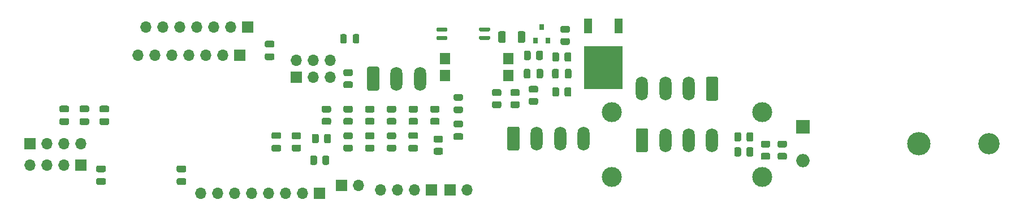
<source format=gts>
G04 #@! TF.GenerationSoftware,KiCad,Pcbnew,(5.1.9-0-10_14)*
G04 #@! TF.CreationDate,2023-02-12T16:19:48-05:00*
G04 #@! TF.ProjectId,LiBCM-Daughterboard,4c694243-4d2d-4446-9175-676874657262,A*
G04 #@! TF.SameCoordinates,Original*
G04 #@! TF.FileFunction,Soldermask,Top*
G04 #@! TF.FilePolarity,Negative*
%FSLAX46Y46*%
G04 Gerber Fmt 4.6, Leading zero omitted, Abs format (unit mm)*
G04 Created by KiCad (PCBNEW (5.1.9-0-10_14)) date 2023-02-12 16:19:48*
%MOMM*%
%LPD*%
G01*
G04 APERTURE LIST*
%ADD10C,3.000000*%
%ADD11O,1.700000X1.700000*%
%ADD12R,1.700000X1.700000*%
%ADD13R,0.800000X0.900000*%
%ADD14O,1.800000X3.600000*%
%ADD15R,1.200000X2.200000*%
%ADD16R,5.800000X6.400000*%
%ADD17R,1.500000X1.780000*%
%ADD18O,3.500000X3.500000*%
%ADD19R,2.000000X2.000000*%
%ADD20O,2.000000X2.000000*%
%ADD21C,3.200000*%
G04 APERTURE END LIST*
D10*
G04 #@! TO.C,F1*
X208500000Y-141000000D03*
X186000000Y-141000000D03*
G04 #@! TD*
G04 #@! TO.C,F2*
X186000000Y-150750000D03*
X208500000Y-150750000D03*
G04 #@! TD*
G04 #@! TO.C,C2*
G36*
G01*
X109025000Y-149050000D02*
X109975000Y-149050000D01*
G75*
G02*
X110225000Y-149300000I0J-250000D01*
G01*
X110225000Y-149800000D01*
G75*
G02*
X109975000Y-150050000I-250000J0D01*
G01*
X109025000Y-150050000D01*
G75*
G02*
X108775000Y-149800000I0J250000D01*
G01*
X108775000Y-149300000D01*
G75*
G02*
X109025000Y-149050000I250000J0D01*
G01*
G37*
G36*
G01*
X109025000Y-150950000D02*
X109975000Y-150950000D01*
G75*
G02*
X110225000Y-151200000I0J-250000D01*
G01*
X110225000Y-151700000D01*
G75*
G02*
X109975000Y-151950000I-250000J0D01*
G01*
X109025000Y-151950000D01*
G75*
G02*
X108775000Y-151700000I0J250000D01*
G01*
X108775000Y-151200000D01*
G75*
G02*
X109025000Y-150950000I250000J0D01*
G01*
G37*
G04 #@! TD*
G04 #@! TO.C,C3*
G36*
G01*
X135225000Y-133200000D02*
X134275000Y-133200000D01*
G75*
G02*
X134025000Y-132950000I0J250000D01*
G01*
X134025000Y-132450000D01*
G75*
G02*
X134275000Y-132200000I250000J0D01*
G01*
X135225000Y-132200000D01*
G75*
G02*
X135475000Y-132450000I0J-250000D01*
G01*
X135475000Y-132950000D01*
G75*
G02*
X135225000Y-133200000I-250000J0D01*
G01*
G37*
G36*
G01*
X135225000Y-131300000D02*
X134275000Y-131300000D01*
G75*
G02*
X134025000Y-131050000I0J250000D01*
G01*
X134025000Y-130550000D01*
G75*
G02*
X134275000Y-130300000I250000J0D01*
G01*
X135225000Y-130300000D01*
G75*
G02*
X135475000Y-130550000I0J-250000D01*
G01*
X135475000Y-131050000D01*
G75*
G02*
X135225000Y-131300000I-250000J0D01*
G01*
G37*
G04 #@! TD*
G04 #@! TO.C,C1*
G36*
G01*
X121075000Y-150950000D02*
X122025000Y-150950000D01*
G75*
G02*
X122275000Y-151200000I0J-250000D01*
G01*
X122275000Y-151700000D01*
G75*
G02*
X122025000Y-151950000I-250000J0D01*
G01*
X121075000Y-151950000D01*
G75*
G02*
X120825000Y-151700000I0J250000D01*
G01*
X120825000Y-151200000D01*
G75*
G02*
X121075000Y-150950000I250000J0D01*
G01*
G37*
G36*
G01*
X121075000Y-149050000D02*
X122025000Y-149050000D01*
G75*
G02*
X122275000Y-149300000I0J-250000D01*
G01*
X122275000Y-149800000D01*
G75*
G02*
X122025000Y-150050000I-250000J0D01*
G01*
X121075000Y-150050000D01*
G75*
G02*
X120825000Y-149800000I0J250000D01*
G01*
X120825000Y-149300000D01*
G75*
G02*
X121075000Y-149050000I250000J0D01*
G01*
G37*
G04 #@! TD*
G04 #@! TO.C,C4*
G36*
G01*
X155775000Y-144050000D02*
X156725000Y-144050000D01*
G75*
G02*
X156975000Y-144300000I0J-250000D01*
G01*
X156975000Y-144800000D01*
G75*
G02*
X156725000Y-145050000I-250000J0D01*
G01*
X155775000Y-145050000D01*
G75*
G02*
X155525000Y-144800000I0J250000D01*
G01*
X155525000Y-144300000D01*
G75*
G02*
X155775000Y-144050000I250000J0D01*
G01*
G37*
G36*
G01*
X155775000Y-145950000D02*
X156725000Y-145950000D01*
G75*
G02*
X156975000Y-146200000I0J-250000D01*
G01*
X156975000Y-146700000D01*
G75*
G02*
X156725000Y-146950000I-250000J0D01*
G01*
X155775000Y-146950000D01*
G75*
G02*
X155525000Y-146700000I0J250000D01*
G01*
X155525000Y-146200000D01*
G75*
G02*
X155775000Y-145950000I250000J0D01*
G01*
G37*
G04 #@! TD*
G04 #@! TO.C,C5*
G36*
G01*
X135275000Y-144050000D02*
X136225000Y-144050000D01*
G75*
G02*
X136475000Y-144300000I0J-250000D01*
G01*
X136475000Y-144800000D01*
G75*
G02*
X136225000Y-145050000I-250000J0D01*
G01*
X135275000Y-145050000D01*
G75*
G02*
X135025000Y-144800000I0J250000D01*
G01*
X135025000Y-144300000D01*
G75*
G02*
X135275000Y-144050000I250000J0D01*
G01*
G37*
G36*
G01*
X135275000Y-145950000D02*
X136225000Y-145950000D01*
G75*
G02*
X136475000Y-146200000I0J-250000D01*
G01*
X136475000Y-146700000D01*
G75*
G02*
X136225000Y-146950000I-250000J0D01*
G01*
X135275000Y-146950000D01*
G75*
G02*
X135025000Y-146700000I0J250000D01*
G01*
X135025000Y-146200000D01*
G75*
G02*
X135275000Y-145950000I250000J0D01*
G01*
G37*
G04 #@! TD*
G04 #@! TO.C,C7*
G36*
G01*
X172800000Y-135725000D02*
X172800000Y-134775000D01*
G75*
G02*
X173050000Y-134525000I250000J0D01*
G01*
X173550000Y-134525000D01*
G75*
G02*
X173800000Y-134775000I0J-250000D01*
G01*
X173800000Y-135725000D01*
G75*
G02*
X173550000Y-135975000I-250000J0D01*
G01*
X173050000Y-135975000D01*
G75*
G02*
X172800000Y-135725000I0J250000D01*
G01*
G37*
G36*
G01*
X174700000Y-135725000D02*
X174700000Y-134775000D01*
G75*
G02*
X174950000Y-134525000I250000J0D01*
G01*
X175450000Y-134525000D01*
G75*
G02*
X175700000Y-134775000I0J-250000D01*
G01*
X175700000Y-135725000D01*
G75*
G02*
X175450000Y-135975000I-250000J0D01*
G01*
X174950000Y-135975000D01*
G75*
G02*
X174700000Y-135725000I0J250000D01*
G01*
G37*
G04 #@! TD*
G04 #@! TO.C,C8*
G36*
G01*
X177050000Y-135725000D02*
X177050000Y-134775000D01*
G75*
G02*
X177300000Y-134525000I250000J0D01*
G01*
X177800000Y-134525000D01*
G75*
G02*
X178050000Y-134775000I0J-250000D01*
G01*
X178050000Y-135725000D01*
G75*
G02*
X177800000Y-135975000I-250000J0D01*
G01*
X177300000Y-135975000D01*
G75*
G02*
X177050000Y-135725000I0J250000D01*
G01*
G37*
G36*
G01*
X178950000Y-135725000D02*
X178950000Y-134775000D01*
G75*
G02*
X179200000Y-134525000I250000J0D01*
G01*
X179700000Y-134525000D01*
G75*
G02*
X179950000Y-134775000I0J-250000D01*
G01*
X179950000Y-135725000D01*
G75*
G02*
X179700000Y-135975000I-250000J0D01*
G01*
X179200000Y-135975000D01*
G75*
G02*
X178950000Y-135725000I0J250000D01*
G01*
G37*
G04 #@! TD*
D11*
G04 #@! TO.C,J3*
X116250000Y-128250000D03*
X118790000Y-128250000D03*
X121330000Y-128250000D03*
X123870000Y-128250000D03*
X126410000Y-128250000D03*
X128950000Y-128250000D03*
D12*
X131490000Y-128250000D03*
G04 #@! TD*
G04 #@! TO.C,J4*
X130250000Y-132500000D03*
D11*
X127710000Y-132500000D03*
X125170000Y-132500000D03*
X122630000Y-132500000D03*
X120090000Y-132500000D03*
X117550000Y-132500000D03*
X115010000Y-132500000D03*
G04 #@! TD*
D12*
G04 #@! TO.C,J9*
X159000000Y-152750000D03*
D11*
X156460000Y-152750000D03*
X153920000Y-152750000D03*
X151380000Y-152750000D03*
G04 #@! TD*
G04 #@! TO.C,R1*
G36*
G01*
X146950002Y-145100000D02*
X146049998Y-145100000D01*
G75*
G02*
X145800000Y-144850002I0J249998D01*
G01*
X145800000Y-144324998D01*
G75*
G02*
X146049998Y-144075000I249998J0D01*
G01*
X146950002Y-144075000D01*
G75*
G02*
X147200000Y-144324998I0J-249998D01*
G01*
X147200000Y-144850002D01*
G75*
G02*
X146950002Y-145100000I-249998J0D01*
G01*
G37*
G36*
G01*
X146950002Y-146925000D02*
X146049998Y-146925000D01*
G75*
G02*
X145800000Y-146675002I0J249998D01*
G01*
X145800000Y-146149998D01*
G75*
G02*
X146049998Y-145900000I249998J0D01*
G01*
X146950002Y-145900000D01*
G75*
G02*
X147200000Y-146149998I0J-249998D01*
G01*
X147200000Y-146675002D01*
G75*
G02*
X146950002Y-146925000I-249998J0D01*
G01*
G37*
G04 #@! TD*
G04 #@! TO.C,R2*
G36*
G01*
X150200002Y-145100000D02*
X149299998Y-145100000D01*
G75*
G02*
X149050000Y-144850002I0J249998D01*
G01*
X149050000Y-144324998D01*
G75*
G02*
X149299998Y-144075000I249998J0D01*
G01*
X150200002Y-144075000D01*
G75*
G02*
X150450000Y-144324998I0J-249998D01*
G01*
X150450000Y-144850002D01*
G75*
G02*
X150200002Y-145100000I-249998J0D01*
G01*
G37*
G36*
G01*
X150200002Y-146925000D02*
X149299998Y-146925000D01*
G75*
G02*
X149050000Y-146675002I0J249998D01*
G01*
X149050000Y-146149998D01*
G75*
G02*
X149299998Y-145900000I249998J0D01*
G01*
X150200002Y-145900000D01*
G75*
G02*
X150450000Y-146149998I0J-249998D01*
G01*
X150450000Y-146675002D01*
G75*
G02*
X150200002Y-146925000I-249998J0D01*
G01*
G37*
G04 #@! TD*
G04 #@! TO.C,R3*
G36*
G01*
X153450002Y-146925000D02*
X152549998Y-146925000D01*
G75*
G02*
X152300000Y-146675002I0J249998D01*
G01*
X152300000Y-146149998D01*
G75*
G02*
X152549998Y-145900000I249998J0D01*
G01*
X153450002Y-145900000D01*
G75*
G02*
X153700000Y-146149998I0J-249998D01*
G01*
X153700000Y-146675002D01*
G75*
G02*
X153450002Y-146925000I-249998J0D01*
G01*
G37*
G36*
G01*
X153450002Y-145100000D02*
X152549998Y-145100000D01*
G75*
G02*
X152300000Y-144850002I0J249998D01*
G01*
X152300000Y-144324998D01*
G75*
G02*
X152549998Y-144075000I249998J0D01*
G01*
X153450002Y-144075000D01*
G75*
G02*
X153700000Y-144324998I0J-249998D01*
G01*
X153700000Y-144850002D01*
G75*
G02*
X153450002Y-145100000I-249998J0D01*
G01*
G37*
G04 #@! TD*
G04 #@! TO.C,R13*
G36*
G01*
X138299998Y-145900000D02*
X139200002Y-145900000D01*
G75*
G02*
X139450000Y-146149998I0J-249998D01*
G01*
X139450000Y-146675002D01*
G75*
G02*
X139200002Y-146925000I-249998J0D01*
G01*
X138299998Y-146925000D01*
G75*
G02*
X138050000Y-146675002I0J249998D01*
G01*
X138050000Y-146149998D01*
G75*
G02*
X138299998Y-145900000I249998J0D01*
G01*
G37*
G36*
G01*
X138299998Y-144075000D02*
X139200002Y-144075000D01*
G75*
G02*
X139450000Y-144324998I0J-249998D01*
G01*
X139450000Y-144850002D01*
G75*
G02*
X139200002Y-145100000I-249998J0D01*
G01*
X138299998Y-145100000D01*
G75*
G02*
X138050000Y-144850002I0J249998D01*
G01*
X138050000Y-144324998D01*
G75*
G02*
X138299998Y-144075000I249998J0D01*
G01*
G37*
G04 #@! TD*
G04 #@! TO.C,R4*
G36*
G01*
X150200002Y-142925000D02*
X149299998Y-142925000D01*
G75*
G02*
X149050000Y-142675002I0J249998D01*
G01*
X149050000Y-142149998D01*
G75*
G02*
X149299998Y-141900000I249998J0D01*
G01*
X150200002Y-141900000D01*
G75*
G02*
X150450000Y-142149998I0J-249998D01*
G01*
X150450000Y-142675002D01*
G75*
G02*
X150200002Y-142925000I-249998J0D01*
G01*
G37*
G36*
G01*
X150200002Y-141100000D02*
X149299998Y-141100000D01*
G75*
G02*
X149050000Y-140850002I0J249998D01*
G01*
X149050000Y-140324998D01*
G75*
G02*
X149299998Y-140075000I249998J0D01*
G01*
X150200002Y-140075000D01*
G75*
G02*
X150450000Y-140324998I0J-249998D01*
G01*
X150450000Y-140850002D01*
G75*
G02*
X150200002Y-141100000I-249998J0D01*
G01*
G37*
G04 #@! TD*
G04 #@! TO.C,R5*
G36*
G01*
X153450002Y-142925000D02*
X152549998Y-142925000D01*
G75*
G02*
X152300000Y-142675002I0J249998D01*
G01*
X152300000Y-142149998D01*
G75*
G02*
X152549998Y-141900000I249998J0D01*
G01*
X153450002Y-141900000D01*
G75*
G02*
X153700000Y-142149998I0J-249998D01*
G01*
X153700000Y-142675002D01*
G75*
G02*
X153450002Y-142925000I-249998J0D01*
G01*
G37*
G36*
G01*
X153450002Y-141100000D02*
X152549998Y-141100000D01*
G75*
G02*
X152300000Y-140850002I0J249998D01*
G01*
X152300000Y-140324998D01*
G75*
G02*
X152549998Y-140075000I249998J0D01*
G01*
X153450002Y-140075000D01*
G75*
G02*
X153700000Y-140324998I0J-249998D01*
G01*
X153700000Y-140850002D01*
G75*
G02*
X153450002Y-141100000I-249998J0D01*
G01*
G37*
G04 #@! TD*
G04 #@! TO.C,R6*
G36*
G01*
X156700002Y-141100000D02*
X155799998Y-141100000D01*
G75*
G02*
X155550000Y-140850002I0J249998D01*
G01*
X155550000Y-140324998D01*
G75*
G02*
X155799998Y-140075000I249998J0D01*
G01*
X156700002Y-140075000D01*
G75*
G02*
X156950000Y-140324998I0J-249998D01*
G01*
X156950000Y-140850002D01*
G75*
G02*
X156700002Y-141100000I-249998J0D01*
G01*
G37*
G36*
G01*
X156700002Y-142925000D02*
X155799998Y-142925000D01*
G75*
G02*
X155550000Y-142675002I0J249998D01*
G01*
X155550000Y-142149998D01*
G75*
G02*
X155799998Y-141900000I249998J0D01*
G01*
X156700002Y-141900000D01*
G75*
G02*
X156950000Y-142149998I0J-249998D01*
G01*
X156950000Y-142675002D01*
G75*
G02*
X156700002Y-142925000I-249998J0D01*
G01*
G37*
G04 #@! TD*
G04 #@! TO.C,R11*
G36*
G01*
X141075000Y-145450002D02*
X141075000Y-144549998D01*
G75*
G02*
X141324998Y-144300000I249998J0D01*
G01*
X141850002Y-144300000D01*
G75*
G02*
X142100000Y-144549998I0J-249998D01*
G01*
X142100000Y-145450002D01*
G75*
G02*
X141850002Y-145700000I-249998J0D01*
G01*
X141324998Y-145700000D01*
G75*
G02*
X141075000Y-145450002I0J249998D01*
G01*
G37*
G36*
G01*
X142900000Y-145450002D02*
X142900000Y-144549998D01*
G75*
G02*
X143149998Y-144300000I249998J0D01*
G01*
X143675002Y-144300000D01*
G75*
G02*
X143925000Y-144549998I0J-249998D01*
G01*
X143925000Y-145450002D01*
G75*
G02*
X143675002Y-145700000I-249998J0D01*
G01*
X143149998Y-145700000D01*
G75*
G02*
X142900000Y-145450002I0J249998D01*
G01*
G37*
G04 #@! TD*
G04 #@! TO.C,R7*
G36*
G01*
X159049998Y-141900000D02*
X159950002Y-141900000D01*
G75*
G02*
X160200000Y-142149998I0J-249998D01*
G01*
X160200000Y-142675002D01*
G75*
G02*
X159950002Y-142925000I-249998J0D01*
G01*
X159049998Y-142925000D01*
G75*
G02*
X158800000Y-142675002I0J249998D01*
G01*
X158800000Y-142149998D01*
G75*
G02*
X159049998Y-141900000I249998J0D01*
G01*
G37*
G36*
G01*
X159049998Y-140075000D02*
X159950002Y-140075000D01*
G75*
G02*
X160200000Y-140324998I0J-249998D01*
G01*
X160200000Y-140850002D01*
G75*
G02*
X159950002Y-141100000I-249998J0D01*
G01*
X159049998Y-141100000D01*
G75*
G02*
X158800000Y-140850002I0J249998D01*
G01*
X158800000Y-140324998D01*
G75*
G02*
X159049998Y-140075000I249998J0D01*
G01*
G37*
G04 #@! TD*
G04 #@! TO.C,R8*
G36*
G01*
X146950002Y-142925000D02*
X146049998Y-142925000D01*
G75*
G02*
X145800000Y-142675002I0J249998D01*
G01*
X145800000Y-142149998D01*
G75*
G02*
X146049998Y-141900000I249998J0D01*
G01*
X146950002Y-141900000D01*
G75*
G02*
X147200000Y-142149998I0J-249998D01*
G01*
X147200000Y-142675002D01*
G75*
G02*
X146950002Y-142925000I-249998J0D01*
G01*
G37*
G36*
G01*
X146950002Y-141100000D02*
X146049998Y-141100000D01*
G75*
G02*
X145800000Y-140850002I0J249998D01*
G01*
X145800000Y-140324998D01*
G75*
G02*
X146049998Y-140075000I249998J0D01*
G01*
X146950002Y-140075000D01*
G75*
G02*
X147200000Y-140324998I0J-249998D01*
G01*
X147200000Y-140850002D01*
G75*
G02*
X146950002Y-141100000I-249998J0D01*
G01*
G37*
G04 #@! TD*
G04 #@! TO.C,R9*
G36*
G01*
X146950002Y-135600000D02*
X146049998Y-135600000D01*
G75*
G02*
X145800000Y-135350002I0J249998D01*
G01*
X145800000Y-134824998D01*
G75*
G02*
X146049998Y-134575000I249998J0D01*
G01*
X146950002Y-134575000D01*
G75*
G02*
X147200000Y-134824998I0J-249998D01*
G01*
X147200000Y-135350002D01*
G75*
G02*
X146950002Y-135600000I-249998J0D01*
G01*
G37*
G36*
G01*
X146950002Y-137425000D02*
X146049998Y-137425000D01*
G75*
G02*
X145800000Y-137175002I0J249998D01*
G01*
X145800000Y-136649998D01*
G75*
G02*
X146049998Y-136400000I249998J0D01*
G01*
X146950002Y-136400000D01*
G75*
G02*
X147200000Y-136649998I0J-249998D01*
G01*
X147200000Y-137175002D01*
G75*
G02*
X146950002Y-137425000I-249998J0D01*
G01*
G37*
G04 #@! TD*
G04 #@! TO.C,R10*
G36*
G01*
X143700002Y-141100000D02*
X142799998Y-141100000D01*
G75*
G02*
X142550000Y-140850002I0J249998D01*
G01*
X142550000Y-140324998D01*
G75*
G02*
X142799998Y-140075000I249998J0D01*
G01*
X143700002Y-140075000D01*
G75*
G02*
X143950000Y-140324998I0J-249998D01*
G01*
X143950000Y-140850002D01*
G75*
G02*
X143700002Y-141100000I-249998J0D01*
G01*
G37*
G36*
G01*
X143700002Y-142925000D02*
X142799998Y-142925000D01*
G75*
G02*
X142550000Y-142675002I0J249998D01*
G01*
X142550000Y-142149998D01*
G75*
G02*
X142799998Y-141900000I249998J0D01*
G01*
X143700002Y-141900000D01*
G75*
G02*
X143950000Y-142149998I0J-249998D01*
G01*
X143950000Y-142675002D01*
G75*
G02*
X143700002Y-142925000I-249998J0D01*
G01*
G37*
G04 #@! TD*
G04 #@! TO.C,R15*
G36*
G01*
X168975000Y-130375002D02*
X168975000Y-129124998D01*
G75*
G02*
X169224998Y-128875000I249998J0D01*
G01*
X169850002Y-128875000D01*
G75*
G02*
X170100000Y-129124998I0J-249998D01*
G01*
X170100000Y-130375002D01*
G75*
G02*
X169850002Y-130625000I-249998J0D01*
G01*
X169224998Y-130625000D01*
G75*
G02*
X168975000Y-130375002I0J249998D01*
G01*
G37*
G36*
G01*
X171900000Y-130375002D02*
X171900000Y-129124998D01*
G75*
G02*
X172149998Y-128875000I249998J0D01*
G01*
X172775002Y-128875000D01*
G75*
G02*
X173025000Y-129124998I0J-249998D01*
G01*
X173025000Y-130375002D01*
G75*
G02*
X172775002Y-130625000I-249998J0D01*
G01*
X172149998Y-130625000D01*
G75*
G02*
X171900000Y-130375002I0J249998D01*
G01*
G37*
G04 #@! TD*
G04 #@! TO.C,R16*
G36*
G01*
X211950002Y-146350000D02*
X211049998Y-146350000D01*
G75*
G02*
X210800000Y-146100002I0J249998D01*
G01*
X210800000Y-145574998D01*
G75*
G02*
X211049998Y-145325000I249998J0D01*
G01*
X211950002Y-145325000D01*
G75*
G02*
X212200000Y-145574998I0J-249998D01*
G01*
X212200000Y-146100002D01*
G75*
G02*
X211950002Y-146350000I-249998J0D01*
G01*
G37*
G36*
G01*
X211950002Y-148175000D02*
X211049998Y-148175000D01*
G75*
G02*
X210800000Y-147925002I0J249998D01*
G01*
X210800000Y-147399998D01*
G75*
G02*
X211049998Y-147150000I249998J0D01*
G01*
X211950002Y-147150000D01*
G75*
G02*
X212200000Y-147399998I0J-249998D01*
G01*
X212200000Y-147925002D01*
G75*
G02*
X211950002Y-148175000I-249998J0D01*
G01*
G37*
G04 #@! TD*
G04 #@! TO.C,R17*
G36*
G01*
X205350000Y-146549998D02*
X205350000Y-147450002D01*
G75*
G02*
X205100002Y-147700000I-249998J0D01*
G01*
X204574998Y-147700000D01*
G75*
G02*
X204325000Y-147450002I0J249998D01*
G01*
X204325000Y-146549998D01*
G75*
G02*
X204574998Y-146300000I249998J0D01*
G01*
X205100002Y-146300000D01*
G75*
G02*
X205350000Y-146549998I0J-249998D01*
G01*
G37*
G36*
G01*
X207175000Y-146549998D02*
X207175000Y-147450002D01*
G75*
G02*
X206925002Y-147700000I-249998J0D01*
G01*
X206399998Y-147700000D01*
G75*
G02*
X206150000Y-147450002I0J249998D01*
G01*
X206150000Y-146549998D01*
G75*
G02*
X206399998Y-146300000I249998J0D01*
G01*
X206925002Y-146300000D01*
G75*
G02*
X207175000Y-146549998I0J-249998D01*
G01*
G37*
G04 #@! TD*
G04 #@! TO.C,R19*
G36*
G01*
X209450002Y-146350000D02*
X208549998Y-146350000D01*
G75*
G02*
X208300000Y-146100002I0J249998D01*
G01*
X208300000Y-145574998D01*
G75*
G02*
X208549998Y-145325000I249998J0D01*
G01*
X209450002Y-145325000D01*
G75*
G02*
X209700000Y-145574998I0J-249998D01*
G01*
X209700000Y-146100002D01*
G75*
G02*
X209450002Y-146350000I-249998J0D01*
G01*
G37*
G36*
G01*
X209450002Y-148175000D02*
X208549998Y-148175000D01*
G75*
G02*
X208300000Y-147925002I0J249998D01*
G01*
X208300000Y-147399998D01*
G75*
G02*
X208549998Y-147150000I249998J0D01*
G01*
X209450002Y-147150000D01*
G75*
G02*
X209700000Y-147399998I0J-249998D01*
G01*
X209700000Y-147925002D01*
G75*
G02*
X209450002Y-148175000I-249998J0D01*
G01*
G37*
G04 #@! TD*
G04 #@! TO.C,R20*
G36*
G01*
X205350000Y-144299998D02*
X205350000Y-145200002D01*
G75*
G02*
X205100002Y-145450000I-249998J0D01*
G01*
X204574998Y-145450000D01*
G75*
G02*
X204325000Y-145200002I0J249998D01*
G01*
X204325000Y-144299998D01*
G75*
G02*
X204574998Y-144050000I249998J0D01*
G01*
X205100002Y-144050000D01*
G75*
G02*
X205350000Y-144299998I0J-249998D01*
G01*
G37*
G36*
G01*
X207175000Y-144299998D02*
X207175000Y-145200002D01*
G75*
G02*
X206925002Y-145450000I-249998J0D01*
G01*
X206399998Y-145450000D01*
G75*
G02*
X206150000Y-145200002I0J249998D01*
G01*
X206150000Y-144299998D01*
G75*
G02*
X206399998Y-144050000I249998J0D01*
G01*
X206925002Y-144050000D01*
G75*
G02*
X207175000Y-144299998I0J-249998D01*
G01*
G37*
G04 #@! TD*
G04 #@! TO.C,R18*
G36*
G01*
X172825000Y-132950002D02*
X172825000Y-132049998D01*
G75*
G02*
X173074998Y-131800000I249998J0D01*
G01*
X173600002Y-131800000D01*
G75*
G02*
X173850000Y-132049998I0J-249998D01*
G01*
X173850000Y-132950002D01*
G75*
G02*
X173600002Y-133200000I-249998J0D01*
G01*
X173074998Y-133200000D01*
G75*
G02*
X172825000Y-132950002I0J249998D01*
G01*
G37*
G36*
G01*
X174650000Y-132950002D02*
X174650000Y-132049998D01*
G75*
G02*
X174899998Y-131800000I249998J0D01*
G01*
X175425002Y-131800000D01*
G75*
G02*
X175675000Y-132049998I0J-249998D01*
G01*
X175675000Y-132950002D01*
G75*
G02*
X175425002Y-133200000I-249998J0D01*
G01*
X174899998Y-133200000D01*
G75*
G02*
X174650000Y-132950002I0J249998D01*
G01*
G37*
G04 #@! TD*
G04 #@! TO.C,R21*
G36*
G01*
X173799998Y-138900000D02*
X174700002Y-138900000D01*
G75*
G02*
X174950000Y-139149998I0J-249998D01*
G01*
X174950000Y-139675002D01*
G75*
G02*
X174700002Y-139925000I-249998J0D01*
G01*
X173799998Y-139925000D01*
G75*
G02*
X173550000Y-139675002I0J249998D01*
G01*
X173550000Y-139149998D01*
G75*
G02*
X173799998Y-138900000I249998J0D01*
G01*
G37*
G36*
G01*
X173799998Y-137075000D02*
X174700002Y-137075000D01*
G75*
G02*
X174950000Y-137324998I0J-249998D01*
G01*
X174950000Y-137850002D01*
G75*
G02*
X174700002Y-138100000I-249998J0D01*
G01*
X173799998Y-138100000D01*
G75*
G02*
X173550000Y-137850002I0J249998D01*
G01*
X173550000Y-137324998D01*
G75*
G02*
X173799998Y-137075000I249998J0D01*
G01*
G37*
G04 #@! TD*
G04 #@! TO.C,R22*
G36*
G01*
X178900000Y-138450002D02*
X178900000Y-137549998D01*
G75*
G02*
X179149998Y-137300000I249998J0D01*
G01*
X179675002Y-137300000D01*
G75*
G02*
X179925000Y-137549998I0J-249998D01*
G01*
X179925000Y-138450002D01*
G75*
G02*
X179675002Y-138700000I-249998J0D01*
G01*
X179149998Y-138700000D01*
G75*
G02*
X178900000Y-138450002I0J249998D01*
G01*
G37*
G36*
G01*
X177075000Y-138450002D02*
X177075000Y-137549998D01*
G75*
G02*
X177324998Y-137300000I249998J0D01*
G01*
X177850002Y-137300000D01*
G75*
G02*
X178100000Y-137549998I0J-249998D01*
G01*
X178100000Y-138450002D01*
G75*
G02*
X177850002Y-138700000I-249998J0D01*
G01*
X177324998Y-138700000D01*
G75*
G02*
X177075000Y-138450002I0J249998D01*
G01*
G37*
G04 #@! TD*
G04 #@! TO.C,R23*
G36*
G01*
X171049998Y-137575000D02*
X171950002Y-137575000D01*
G75*
G02*
X172200000Y-137824998I0J-249998D01*
G01*
X172200000Y-138350002D01*
G75*
G02*
X171950002Y-138600000I-249998J0D01*
G01*
X171049998Y-138600000D01*
G75*
G02*
X170800000Y-138350002I0J249998D01*
G01*
X170800000Y-137824998D01*
G75*
G02*
X171049998Y-137575000I249998J0D01*
G01*
G37*
G36*
G01*
X171049998Y-139400000D02*
X171950002Y-139400000D01*
G75*
G02*
X172200000Y-139649998I0J-249998D01*
G01*
X172200000Y-140175002D01*
G75*
G02*
X171950002Y-140425000I-249998J0D01*
G01*
X171049998Y-140425000D01*
G75*
G02*
X170800000Y-140175002I0J249998D01*
G01*
X170800000Y-139649998D01*
G75*
G02*
X171049998Y-139400000I249998J0D01*
G01*
G37*
G04 #@! TD*
G04 #@! TO.C,R24*
G36*
G01*
X168299998Y-139400000D02*
X169200002Y-139400000D01*
G75*
G02*
X169450000Y-139649998I0J-249998D01*
G01*
X169450000Y-140175002D01*
G75*
G02*
X169200002Y-140425000I-249998J0D01*
G01*
X168299998Y-140425000D01*
G75*
G02*
X168050000Y-140175002I0J249998D01*
G01*
X168050000Y-139649998D01*
G75*
G02*
X168299998Y-139400000I249998J0D01*
G01*
G37*
G36*
G01*
X168299998Y-137575000D02*
X169200002Y-137575000D01*
G75*
G02*
X169450000Y-137824998I0J-249998D01*
G01*
X169450000Y-138350002D01*
G75*
G02*
X169200002Y-138600000I-249998J0D01*
G01*
X168299998Y-138600000D01*
G75*
G02*
X168050000Y-138350002I0J249998D01*
G01*
X168050000Y-137824998D01*
G75*
G02*
X168299998Y-137575000I249998J0D01*
G01*
G37*
G04 #@! TD*
G04 #@! TO.C,U1*
G36*
G01*
X159750000Y-128765000D02*
X159750000Y-128465000D01*
G75*
G02*
X159900000Y-128315000I150000J0D01*
G01*
X161225000Y-128315000D01*
G75*
G02*
X161375000Y-128465000I0J-150000D01*
G01*
X161375000Y-128765000D01*
G75*
G02*
X161225000Y-128915000I-150000J0D01*
G01*
X159900000Y-128915000D01*
G75*
G02*
X159750000Y-128765000I0J150000D01*
G01*
G37*
G36*
G01*
X159750000Y-130035000D02*
X159750000Y-129735000D01*
G75*
G02*
X159900000Y-129585000I150000J0D01*
G01*
X161225000Y-129585000D01*
G75*
G02*
X161375000Y-129735000I0J-150000D01*
G01*
X161375000Y-130035000D01*
G75*
G02*
X161225000Y-130185000I-150000J0D01*
G01*
X159900000Y-130185000D01*
G75*
G02*
X159750000Y-130035000I0J150000D01*
G01*
G37*
G36*
G01*
X166125000Y-130035000D02*
X166125000Y-129735000D01*
G75*
G02*
X166275000Y-129585000I150000J0D01*
G01*
X167600000Y-129585000D01*
G75*
G02*
X167750000Y-129735000I0J-150000D01*
G01*
X167750000Y-130035000D01*
G75*
G02*
X167600000Y-130185000I-150000J0D01*
G01*
X166275000Y-130185000D01*
G75*
G02*
X166125000Y-130035000I0J150000D01*
G01*
G37*
G36*
G01*
X166125000Y-128765000D02*
X166125000Y-128465000D01*
G75*
G02*
X166275000Y-128315000I150000J0D01*
G01*
X167600000Y-128315000D01*
G75*
G02*
X167750000Y-128465000I0J-150000D01*
G01*
X167750000Y-128765000D01*
G75*
G02*
X167600000Y-128915000I-150000J0D01*
G01*
X166275000Y-128915000D01*
G75*
G02*
X166125000Y-128765000I0J150000D01*
G01*
G37*
G04 #@! TD*
D13*
G04 #@! TO.C,U2*
X175500000Y-128250000D03*
X176450000Y-130250000D03*
X174550000Y-130250000D03*
G04 #@! TD*
G04 #@! TO.C,D1*
G36*
G01*
X146300000Y-129543750D02*
X146300000Y-130456250D01*
G75*
G02*
X146056250Y-130700000I-243750J0D01*
G01*
X145568750Y-130700000D01*
G75*
G02*
X145325000Y-130456250I0J243750D01*
G01*
X145325000Y-129543750D01*
G75*
G02*
X145568750Y-129300000I243750J0D01*
G01*
X146056250Y-129300000D01*
G75*
G02*
X146300000Y-129543750I0J-243750D01*
G01*
G37*
G36*
G01*
X148175000Y-129543750D02*
X148175000Y-130456250D01*
G75*
G02*
X147931250Y-130700000I-243750J0D01*
G01*
X147443750Y-130700000D01*
G75*
G02*
X147200000Y-130456250I0J243750D01*
G01*
X147200000Y-129543750D01*
G75*
G02*
X147443750Y-129300000I243750J0D01*
G01*
X147931250Y-129300000D01*
G75*
G02*
X148175000Y-129543750I0J-243750D01*
G01*
G37*
G04 #@! TD*
G04 #@! TO.C,D2*
G36*
G01*
X163456250Y-141175000D02*
X162543750Y-141175000D01*
G75*
G02*
X162300000Y-140931250I0J243750D01*
G01*
X162300000Y-140443750D01*
G75*
G02*
X162543750Y-140200000I243750J0D01*
G01*
X163456250Y-140200000D01*
G75*
G02*
X163700000Y-140443750I0J-243750D01*
G01*
X163700000Y-140931250D01*
G75*
G02*
X163456250Y-141175000I-243750J0D01*
G01*
G37*
G36*
G01*
X163456250Y-139300000D02*
X162543750Y-139300000D01*
G75*
G02*
X162300000Y-139056250I0J243750D01*
G01*
X162300000Y-138568750D01*
G75*
G02*
X162543750Y-138325000I243750J0D01*
G01*
X163456250Y-138325000D01*
G75*
G02*
X163700000Y-138568750I0J-243750D01*
G01*
X163700000Y-139056250D01*
G75*
G02*
X163456250Y-139300000I-243750J0D01*
G01*
G37*
G04 #@! TD*
G04 #@! TO.C,J1*
G36*
G01*
X149350000Y-137550000D02*
X149350000Y-134450000D01*
G75*
G02*
X149600000Y-134200000I250000J0D01*
G01*
X150900000Y-134200000D01*
G75*
G02*
X151150000Y-134450000I0J-250000D01*
G01*
X151150000Y-137550000D01*
G75*
G02*
X150900000Y-137800000I-250000J0D01*
G01*
X149600000Y-137800000D01*
G75*
G02*
X149350000Y-137550000I0J250000D01*
G01*
G37*
D14*
X153750000Y-136000000D03*
X157250000Y-136000000D03*
G04 #@! TD*
D12*
G04 #@! TO.C,J12*
X145500000Y-152000000D03*
D11*
X148040000Y-152000000D03*
G04 #@! TD*
D12*
G04 #@! TO.C,J5*
X138750000Y-135750000D03*
D11*
X138750000Y-133210000D03*
X141290000Y-135750000D03*
X141290000Y-133210000D03*
X143830000Y-135750000D03*
X143830000Y-133210000D03*
G04 #@! TD*
G04 #@! TO.C,J10*
G36*
G01*
X201900000Y-135950000D02*
X201900000Y-139050000D01*
G75*
G02*
X201650000Y-139300000I-250000J0D01*
G01*
X200350000Y-139300000D01*
G75*
G02*
X200100000Y-139050000I0J250000D01*
G01*
X200100000Y-135950000D01*
G75*
G02*
X200350000Y-135700000I250000J0D01*
G01*
X201650000Y-135700000D01*
G75*
G02*
X201900000Y-135950000I0J-250000D01*
G01*
G37*
D14*
X197500000Y-137500000D03*
X194000000Y-137500000D03*
X190500000Y-137500000D03*
G04 #@! TD*
G04 #@! TO.C,J11*
G36*
G01*
X170350000Y-146550000D02*
X170350000Y-143450000D01*
G75*
G02*
X170600000Y-143200000I250000J0D01*
G01*
X171900000Y-143200000D01*
G75*
G02*
X172150000Y-143450000I0J-250000D01*
G01*
X172150000Y-146550000D01*
G75*
G02*
X171900000Y-146800000I-250000J0D01*
G01*
X170600000Y-146800000D01*
G75*
G02*
X170350000Y-146550000I0J250000D01*
G01*
G37*
X174750000Y-145000000D03*
X178250000Y-145000000D03*
X181750000Y-145000000D03*
G04 #@! TD*
G04 #@! TO.C,J13*
X201000000Y-145250000D03*
X197500000Y-145250000D03*
X194000000Y-145250000D03*
G36*
G01*
X189600000Y-146800000D02*
X189600000Y-143700000D01*
G75*
G02*
X189850000Y-143450000I250000J0D01*
G01*
X191150000Y-143450000D01*
G75*
G02*
X191400000Y-143700000I0J-250000D01*
G01*
X191400000Y-146800000D01*
G75*
G02*
X191150000Y-147050000I-250000J0D01*
G01*
X189850000Y-147050000D01*
G75*
G02*
X189600000Y-146800000I0J250000D01*
G01*
G37*
G04 #@! TD*
D15*
G04 #@! TO.C,Q1*
X187030000Y-128050000D03*
X182470000Y-128050000D03*
D16*
X184750000Y-134350000D03*
G04 #@! TD*
G04 #@! TO.C,R12*
G36*
G01*
X141850000Y-147799998D02*
X141850000Y-148700002D01*
G75*
G02*
X141600002Y-148950000I-249998J0D01*
G01*
X141074998Y-148950000D01*
G75*
G02*
X140825000Y-148700002I0J249998D01*
G01*
X140825000Y-147799998D01*
G75*
G02*
X141074998Y-147550000I249998J0D01*
G01*
X141600002Y-147550000D01*
G75*
G02*
X141850000Y-147799998I0J-249998D01*
G01*
G37*
G36*
G01*
X143675000Y-147799998D02*
X143675000Y-148700002D01*
G75*
G02*
X143425002Y-148950000I-249998J0D01*
G01*
X142899998Y-148950000D01*
G75*
G02*
X142650000Y-148700002I0J249998D01*
G01*
X142650000Y-147799998D01*
G75*
G02*
X142899998Y-147550000I249998J0D01*
G01*
X143425002Y-147550000D01*
G75*
G02*
X143675000Y-147799998I0J-249998D01*
G01*
G37*
G04 #@! TD*
G04 #@! TO.C,R14*
G36*
G01*
X159549998Y-144575000D02*
X160450002Y-144575000D01*
G75*
G02*
X160700000Y-144824998I0J-249998D01*
G01*
X160700000Y-145350002D01*
G75*
G02*
X160450002Y-145600000I-249998J0D01*
G01*
X159549998Y-145600000D01*
G75*
G02*
X159300000Y-145350002I0J249998D01*
G01*
X159300000Y-144824998D01*
G75*
G02*
X159549998Y-144575000I249998J0D01*
G01*
G37*
G36*
G01*
X159549998Y-146400000D02*
X160450002Y-146400000D01*
G75*
G02*
X160700000Y-146649998I0J-249998D01*
G01*
X160700000Y-147175002D01*
G75*
G02*
X160450002Y-147425000I-249998J0D01*
G01*
X159549998Y-147425000D01*
G75*
G02*
X159300000Y-147175002I0J249998D01*
G01*
X159300000Y-146649998D01*
G75*
G02*
X159549998Y-146400000I249998J0D01*
G01*
G37*
G04 #@! TD*
G04 #@! TO.C,R25*
G36*
G01*
X178900000Y-133200002D02*
X178900000Y-132299998D01*
G75*
G02*
X179149998Y-132050000I249998J0D01*
G01*
X179675002Y-132050000D01*
G75*
G02*
X179925000Y-132299998I0J-249998D01*
G01*
X179925000Y-133200002D01*
G75*
G02*
X179675002Y-133450000I-249998J0D01*
G01*
X179149998Y-133450000D01*
G75*
G02*
X178900000Y-133200002I0J249998D01*
G01*
G37*
G36*
G01*
X177075000Y-133200002D02*
X177075000Y-132299998D01*
G75*
G02*
X177324998Y-132050000I249998J0D01*
G01*
X177850002Y-132050000D01*
G75*
G02*
X178100000Y-132299998I0J-249998D01*
G01*
X178100000Y-133200002D01*
G75*
G02*
X177850002Y-133450000I-249998J0D01*
G01*
X177324998Y-133450000D01*
G75*
G02*
X177075000Y-133200002I0J249998D01*
G01*
G37*
G04 #@! TD*
G04 #@! TO.C,R26*
G36*
G01*
X179450002Y-130925000D02*
X178549998Y-130925000D01*
G75*
G02*
X178300000Y-130675002I0J249998D01*
G01*
X178300000Y-130149998D01*
G75*
G02*
X178549998Y-129900000I249998J0D01*
G01*
X179450002Y-129900000D01*
G75*
G02*
X179700000Y-130149998I0J-249998D01*
G01*
X179700000Y-130675002D01*
G75*
G02*
X179450002Y-130925000I-249998J0D01*
G01*
G37*
G36*
G01*
X179450002Y-129100000D02*
X178549998Y-129100000D01*
G75*
G02*
X178300000Y-128850002I0J249998D01*
G01*
X178300000Y-128324998D01*
G75*
G02*
X178549998Y-128075000I249998J0D01*
G01*
X179450002Y-128075000D01*
G75*
G02*
X179700000Y-128324998I0J-249998D01*
G01*
X179700000Y-128850002D01*
G75*
G02*
X179450002Y-129100000I-249998J0D01*
G01*
G37*
G04 #@! TD*
D17*
G04 #@! TO.C,U3*
X160985000Y-132980000D03*
X170515000Y-135520000D03*
X160985000Y-135520000D03*
X170515000Y-132980000D03*
G04 #@! TD*
G04 #@! TO.C,C6*
G36*
G01*
X162525000Y-142300000D02*
X163475000Y-142300000D01*
G75*
G02*
X163725000Y-142550000I0J-250000D01*
G01*
X163725000Y-143050000D01*
G75*
G02*
X163475000Y-143300000I-250000J0D01*
G01*
X162525000Y-143300000D01*
G75*
G02*
X162275000Y-143050000I0J250000D01*
G01*
X162275000Y-142550000D01*
G75*
G02*
X162525000Y-142300000I250000J0D01*
G01*
G37*
G36*
G01*
X162525000Y-144200000D02*
X163475000Y-144200000D01*
G75*
G02*
X163725000Y-144450000I0J-250000D01*
G01*
X163725000Y-144950000D01*
G75*
G02*
X163475000Y-145200000I-250000J0D01*
G01*
X162525000Y-145200000D01*
G75*
G02*
X162275000Y-144950000I0J250000D01*
G01*
X162275000Y-144450000D01*
G75*
G02*
X162525000Y-144200000I250000J0D01*
G01*
G37*
G04 #@! TD*
D12*
G04 #@! TO.C,J8*
X161750000Y-152750000D03*
D11*
X164290000Y-152750000D03*
G04 #@! TD*
D12*
G04 #@! TO.C,J7*
X142250000Y-153250000D03*
D11*
X139710000Y-153250000D03*
X137170000Y-153250000D03*
X134630000Y-153250000D03*
X132090000Y-153250000D03*
X129550000Y-153250000D03*
X127010000Y-153250000D03*
X124470000Y-153250000D03*
G04 #@! TD*
D12*
G04 #@! TO.C,J6*
X98880000Y-145750000D03*
D11*
X101420000Y-145750000D03*
X103960000Y-145750000D03*
X106500000Y-145750000D03*
G04 #@! TD*
D18*
G04 #@! TO.C,D3*
X231980000Y-145760000D03*
D19*
X214570000Y-143220000D03*
D20*
X214570000Y-148300000D03*
G04 #@! TD*
D21*
G04 #@! TO.C,H1*
X242500000Y-145750000D03*
G04 #@! TD*
G04 #@! TO.C,C9*
G36*
G01*
X109525000Y-140050000D02*
X110475000Y-140050000D01*
G75*
G02*
X110725000Y-140300000I0J-250000D01*
G01*
X110725000Y-140800000D01*
G75*
G02*
X110475000Y-141050000I-250000J0D01*
G01*
X109525000Y-141050000D01*
G75*
G02*
X109275000Y-140800000I0J250000D01*
G01*
X109275000Y-140300000D01*
G75*
G02*
X109525000Y-140050000I250000J0D01*
G01*
G37*
G36*
G01*
X109525000Y-141950000D02*
X110475000Y-141950000D01*
G75*
G02*
X110725000Y-142200000I0J-250000D01*
G01*
X110725000Y-142700000D01*
G75*
G02*
X110475000Y-142950000I-250000J0D01*
G01*
X109525000Y-142950000D01*
G75*
G02*
X109275000Y-142700000I0J250000D01*
G01*
X109275000Y-142200000D01*
G75*
G02*
X109525000Y-141950000I250000J0D01*
G01*
G37*
G04 #@! TD*
G04 #@! TO.C,C10*
G36*
G01*
X106525000Y-141950000D02*
X107475000Y-141950000D01*
G75*
G02*
X107725000Y-142200000I0J-250000D01*
G01*
X107725000Y-142700000D01*
G75*
G02*
X107475000Y-142950000I-250000J0D01*
G01*
X106525000Y-142950000D01*
G75*
G02*
X106275000Y-142700000I0J250000D01*
G01*
X106275000Y-142200000D01*
G75*
G02*
X106525000Y-141950000I250000J0D01*
G01*
G37*
G36*
G01*
X106525000Y-140050000D02*
X107475000Y-140050000D01*
G75*
G02*
X107725000Y-140300000I0J-250000D01*
G01*
X107725000Y-140800000D01*
G75*
G02*
X107475000Y-141050000I-250000J0D01*
G01*
X106525000Y-141050000D01*
G75*
G02*
X106275000Y-140800000I0J250000D01*
G01*
X106275000Y-140300000D01*
G75*
G02*
X106525000Y-140050000I250000J0D01*
G01*
G37*
G04 #@! TD*
G04 #@! TO.C,C11*
G36*
G01*
X103525000Y-140050000D02*
X104475000Y-140050000D01*
G75*
G02*
X104725000Y-140300000I0J-250000D01*
G01*
X104725000Y-140800000D01*
G75*
G02*
X104475000Y-141050000I-250000J0D01*
G01*
X103525000Y-141050000D01*
G75*
G02*
X103275000Y-140800000I0J250000D01*
G01*
X103275000Y-140300000D01*
G75*
G02*
X103525000Y-140050000I250000J0D01*
G01*
G37*
G36*
G01*
X103525000Y-141950000D02*
X104475000Y-141950000D01*
G75*
G02*
X104725000Y-142200000I0J-250000D01*
G01*
X104725000Y-142700000D01*
G75*
G02*
X104475000Y-142950000I-250000J0D01*
G01*
X103525000Y-142950000D01*
G75*
G02*
X103275000Y-142700000I0J250000D01*
G01*
X103275000Y-142200000D01*
G75*
G02*
X103525000Y-141950000I250000J0D01*
G01*
G37*
G04 #@! TD*
D12*
G04 #@! TO.C,J2*
X106500000Y-149000000D03*
D11*
X103960000Y-149000000D03*
X101420000Y-149000000D03*
X98880000Y-149000000D03*
G04 #@! TD*
M02*

</source>
